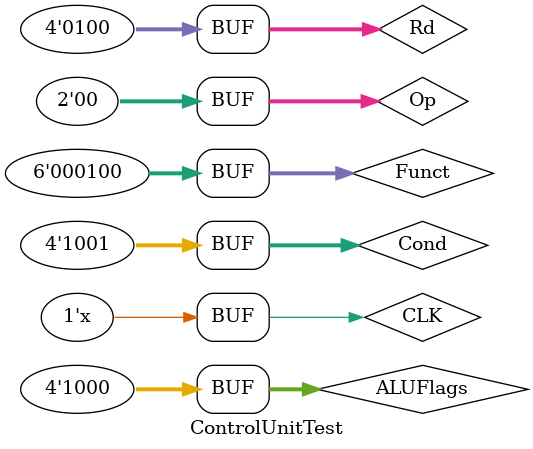
<source format=v>
`timescale 1ns / 1ps


module ControlUnitTest;

	// Inputs
	reg CLK = 1;
	reg [3:0] Cond;
	reg [3:0] ALUFlags;
	reg [1:0] Op;
	reg [5:0] Funct;
	reg [3:0] Rd;

	// Outputs
	wire PCSrc;
	wire RegWrite;
	wire MemWrite;
	wire MemtoReg;
	wire [1:0] ALUSrc;
	wire [1:0] ImmSrc;
	wire [1:0] RegSrc;
	wire [1:0] ALUControl;

	// Instantiate the Unit Under Test (UUT)
	Control_Unit uut (
		.CLK(CLK), 
		.Cond(Cond), 
		.ALUFlags(ALUFlags), 
		.Op(Op), 
		.Funct(Funct), 
		.Rd(Rd), 
		.PCSrc(PCSrc), 
		.RegWrite(RegWrite), 
		.MemWrite(MemWrite), 
		.MemtoReg(MemtoReg), 
		.ALUSrc(ALUSrc), 
		.ImmSrc(ImmSrc), 
		.RegSrc(RegSrc), 
		.ALUControl(ALUControl)
	);
	
	always #5 CLK = ~CLK;
	
	initial begin
		// Initialize Inputs
		Cond = 0;
		ALUFlags = 0;
		Op = 0;
		Funct = 0;
		Rd = 0;

		// Wait 100 ns for global reset to finish
		//AND R3,R3,#0
		#10;
		
		Cond = 4'b1110;
		ALUFlags = 4'd0;
		Op = 2'b00;
		Funct = 6'b100000;
		Rd = 4'd4;		
		
		//ORR R9,R9,#65536
		#10;
		
		Cond = 4'b1110;
		ALUFlags = 0;
		Op = 2'b00;
		Funct = 6'b111000;
		Rd = 4'd4;
		
		
		//CMP R2,R3
		#10;
		
		Cond = 4'b1110;
		ALUFlags = 0;
		Op = 2'b00;
		Funct = 6'b010101;
		Rd = 4'd4;


		//ADDLS R0,R0,#1 (V)
		#10;
		
		Cond = 4'b1001;
		ALUFlags = 0;
		Op = 2'b00;
		Funct = 6'b101000;
		Rd = 4'd4;


		//ADDNE(V) 
		#10;
		
		Cond = 4'b0001;
		ALUFlags = 4'b0010;
		Op = 2'b00;
		Funct = 6'b001000;
		Rd = 4'd4;		
		//NZCV
		//SUBLS(V)
		#10;
		
		Cond = 4'b1001;
		ALUFlags = 4'b1000;
		Op = 2'b00;
		Funct = 6'b000100;
		Rd = 4'd4;				
		
		
		//SUBLS(F)
		#10;
		
		Cond = 4'b1001;
		ALUFlags = 4'b1000;
		Op = 2'b00;
		Funct = 6'b000100;
		Rd = 4'd4;				
		
        
		// Add stimulus here

	end
      
endmodule


</source>
